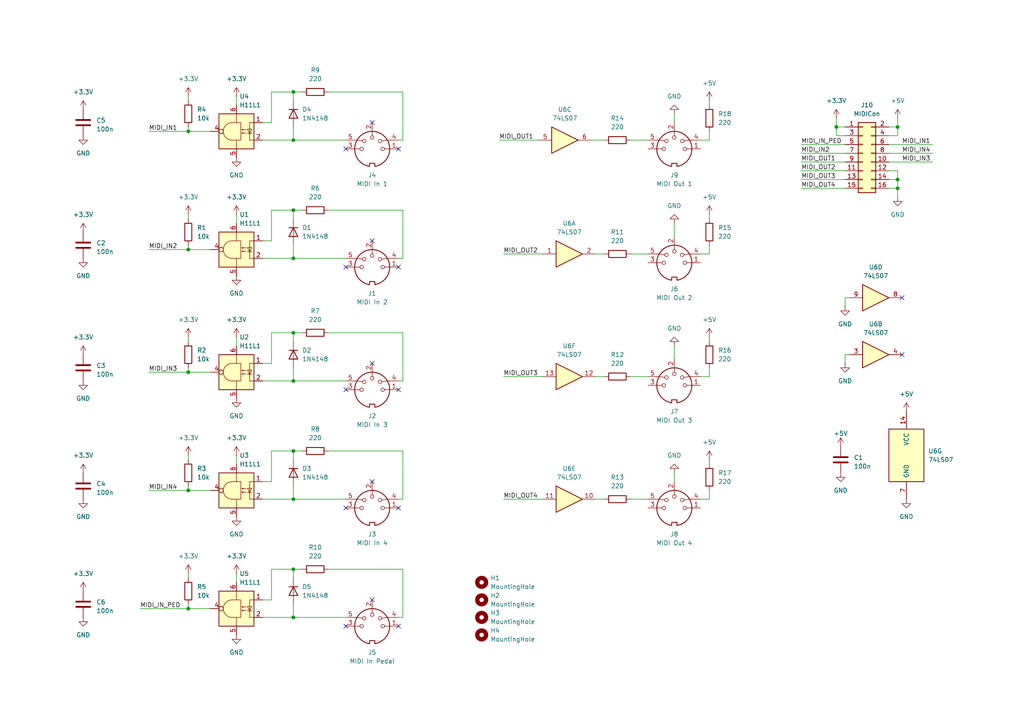
<source format=kicad_sch>
(kicad_sch (version 20231120) (generator "eeschema") (generator_version "8.0")
  (paper "A4")
  (lib_symbols
    (symbol "74xx:74LS07" (pin_names (offset 1.016))
      (property "Reference" "U" (at 0 1.27 0))
      (property "Value" "74LS07" (at 0 -1.27 0))
      (symbol "74LS07_1_0"
        (polyline (pts (xy -3.81 3.81) (xy -3.81 -3.81) (xy 3.81 0) (xy -3.81 3.81)) (stroke (width 0.254)) (fill (type background)))
        (pin input line (at -7.62 0 0) (length 3.81) (name "~") (number "1"))
        (pin open_collector line (at 7.62 0 180) (length 3.81) (name "~") (number "2"))
      )
      (symbol "74LS07_2_0"
        (polyline (pts (xy -3.81 3.81) (xy -3.81 -3.81) (xy 3.81 0) (xy -3.81 3.81)) (stroke (width 0.254)) (fill (type background)))
        (pin input line (at -7.62 0 0) (length 3.81) (name "~") (number "3"))
        (pin open_collector line (at 7.62 0 180) (length 3.81) (name "~") (number "4"))
      )
      (symbol "74LS07_3_0"
        (polyline (pts (xy -3.81 3.81) (xy -3.81 -3.81) (xy 3.81 0) (xy -3.81 3.81)) (stroke (width 0.254)) (fill (type background)))
        (pin input line (at -7.62 0 0) (length 3.81) (name "~") (number "5"))
        (pin open_collector line (at 7.62 0 180) (length 3.81) (name "~") (number "6"))
      )
      (symbol "74LS07_4_0"
        (polyline (pts (xy -3.81 3.81) (xy -3.81 -3.81) (xy 3.81 0) (xy -3.81 3.81)) (stroke (width 0.254)) (fill (type background)))
        (pin open_collector line (at 7.62 0 180) (length 3.81) (name "~") (number "8"))
        (pin input line (at -7.62 0 0) (length 3.81) (name "~") (number "9"))
      )
      (symbol "74LS07_5_0"
        (polyline (pts (xy -3.81 3.81) (xy -3.81 -3.81) (xy 3.81 0) (xy -3.81 3.81)) (stroke (width 0.254)) (fill (type background)))
        (pin open_collector line (at 7.62 0 180) (length 3.81) (name "~") (number "10"))
        (pin input line (at -7.62 0 0) (length 3.81) (name "~") (number "11"))
      )
      (symbol "74LS07_6_0"
        (polyline (pts (xy -3.81 3.81) (xy -3.81 -3.81) (xy 3.81 0) (xy -3.81 3.81)) (stroke (width 0.254)) (fill (type background)))
        (pin open_collector line (at 7.62 0 180) (length 3.81) (name "~") (number "12"))
        (pin input line (at -7.62 0 0) (length 3.81) (name "~") (number "13"))
      )
      (symbol "74LS07_7_0"
        (pin power_in line (at 0 12.7 270) (length 5.08) (name "VCC") (number "14"))
        (pin power_in line (at 0 -12.7 90) (length 5.08) (name "GND") (number "7"))
      )
      (symbol "74LS07_7_1"
        (rectangle (start -5.08 7.62) (end 5.08 -7.62) (stroke (width 0.254)) (fill (type background)))
      )
    )
    (symbol "Connector:DIN-5_180degree" (pin_names (offset 1.016))
      (property "Reference" "J" (at 3.175 5.715 0))
      (property "Value" "DIN-5_180degree" (at 0 -6.35 0))
      (symbol "DIN-5_180degree_0_1"
        (arc (start -5.08 0) (mid -3.8609 -3.3364) (end -0.762 -5.08) (stroke (width 0.254)))
        (circle (center -3.048 0) (radius 0.508))
        (circle (center -2.286 2.286) (radius 0.508))
        (polyline (pts (xy -5.08 0) (xy -3.556 0)))
        (polyline (pts (xy 0 5.08) (xy 0 3.81)))
        (polyline (pts (xy 5.08 0) (xy 3.556 0)))
        (polyline (pts (xy -5.08 2.54) (xy -4.318 2.54) (xy -2.794 2.286)))
        (polyline (pts (xy 5.08 2.54) (xy 4.318 2.54) (xy 2.794 2.286)))
        (polyline (pts (xy -0.762 -4.953) (xy -0.762 -4.191) (xy 0.762 -4.191) (xy 0.762 -4.953)) (stroke (width 0.254)))
        (circle (center 0 3.302) (radius 0.508))
        (arc (start 0.762 -5.08) (mid 3.8685 -3.343) (end 5.08 0) (stroke (width 0.254)))
        (circle (center 2.286 2.286) (radius 0.508))
        (circle (center 3.048 0) (radius 0.508))
        (arc (start 5.08 0) (mid 0 5.0579) (end -5.08 0) (stroke (width 0.254)))
      )
      (symbol "DIN-5_180degree_1_1"
        (pin passive line (at -7.62 0 0) (length 2.54) (name "~") (number "1"))
        (pin passive line (at 0 7.62 270) (length 2.54) (name "~") (number "2"))
        (pin passive line (at 7.62 0 180) (length 2.54) (name "~") (number "3"))
        (pin passive line (at -7.62 2.54 0) (length 2.54) (name "~") (number "4"))
        (pin passive line (at 7.62 2.54 180) (length 2.54) (name "~") (number "5"))
      )
    )
    (symbol "Connector_Generic:Conn_02x08_Odd_Even" (pin_names (offset 1.016) hide)
      (property "Reference" "J" (at 1.27 10.16 0))
      (property "Value" "Conn_02x08_Odd_Even" (at 1.27 -12.7 0))
      (symbol "Conn_02x08_Odd_Even_1_1"
        (rectangle (start -1.27 -10.033) (end 0 -10.287) (stroke (width 0.1524)))
        (rectangle (start -1.27 -7.493) (end 0 -7.747) (stroke (width 0.1524)))
        (rectangle (start -1.27 -4.953) (end 0 -5.207) (stroke (width 0.1524)))
        (rectangle (start -1.27 -2.413) (end 0 -2.667) (stroke (width 0.1524)))
        (rectangle (start -1.27 0.127) (end 0 -0.127) (stroke (width 0.1524)))
        (rectangle (start -1.27 2.667) (end 0 2.413) (stroke (width 0.1524)))
        (rectangle (start -1.27 5.207) (end 0 4.953) (stroke (width 0.1524)))
        (rectangle (start -1.27 7.747) (end 0 7.493) (stroke (width 0.1524)))
        (rectangle (start -1.27 8.89) (end 3.81 -11.43) (stroke (width 0.254)) (fill (type background)))
        (rectangle (start 3.81 -10.033) (end 2.54 -10.287) (stroke (width 0.1524)))
        (rectangle (start 3.81 -7.493) (end 2.54 -7.747) (stroke (width 0.1524)))
        (rectangle (start 3.81 -4.953) (end 2.54 -5.207) (stroke (width 0.1524)))
        (rectangle (start 3.81 -2.413) (end 2.54 -2.667) (stroke (width 0.1524)))
        (rectangle (start 3.81 0.127) (end 2.54 -0.127) (stroke (width 0.1524)))
        (rectangle (start 3.81 2.667) (end 2.54 2.413) (stroke (width 0.1524)))
        (rectangle (start 3.81 5.207) (end 2.54 4.953) (stroke (width 0.1524)))
        (rectangle (start 3.81 7.747) (end 2.54 7.493) (stroke (width 0.1524)))
        (pin passive line (at -5.08 7.62 0) (length 3.81) (name "Pin_1") (number "1"))
        (pin passive line (at 7.62 -2.54 180) (length 3.81) (name "Pin_10") (number "10"))
        (pin passive line (at -5.08 -5.08 0) (length 3.81) (name "Pin_11") (number "11"))
        (pin passive line (at 7.62 -5.08 180) (length 3.81) (name "Pin_12") (number "12"))
        (pin passive line (at -5.08 -7.62 0) (length 3.81) (name "Pin_13") (number "13"))
        (pin passive line (at 7.62 -7.62 180) (length 3.81) (name "Pin_14") (number "14"))
        (pin passive line (at -5.08 -10.16 0) (length 3.81) (name "Pin_15") (number "15"))
        (pin passive line (at 7.62 -10.16 180) (length 3.81) (name "Pin_16") (number "16"))
        (pin passive line (at 7.62 7.62 180) (length 3.81) (name "Pin_2") (number "2"))
        (pin passive line (at -5.08 5.08 0) (length 3.81) (name "Pin_3") (number "3"))
        (pin passive line (at 7.62 5.08 180) (length 3.81) (name "Pin_4") (number "4"))
        (pin passive line (at -5.08 2.54 0) (length 3.81) (name "Pin_5") (number "5"))
        (pin passive line (at 7.62 2.54 180) (length 3.81) (name "Pin_6") (number "6"))
        (pin passive line (at -5.08 0 0) (length 3.81) (name "Pin_7") (number "7"))
        (pin passive line (at 7.62 0 180) (length 3.81) (name "Pin_8") (number "8"))
        (pin passive line (at -5.08 -2.54 0) (length 3.81) (name "Pin_9") (number "9"))
      )
    )
    (symbol "Device:C" (pin_numbers hide) (pin_names (offset 0.254))
      (property "Reference" "C" (at 0.635 2.54 0))
      (property "Value" "C" (at 0.635 -2.54 0))
      (symbol "C_0_1"
        (polyline (pts (xy -2.032 -0.762) (xy 2.032 -0.762)) (stroke (width 0.508)))
        (polyline (pts (xy -2.032 0.762) (xy 2.032 0.762)) (stroke (width 0.508)))
      )
      (symbol "C_1_1"
        (pin passive line (at 0 3.81 270) (length 2.794) (name "~") (number "1"))
        (pin passive line (at 0 -3.81 90) (length 2.794) (name "~") (number "2"))
      )
    )
    (symbol "Device:R" (pin_numbers hide) (pin_names (offset 0))
      (property "Reference" "R" (at 2.032 0 90))
      (property "Value" "R" (at 0 0 90))
      (symbol "R_0_1"
        (rectangle (start -1.016 -2.54) (end 1.016 2.54) (stroke (width 0.254)))
      )
      (symbol "R_1_1"
        (pin passive line (at 0 3.81 270) (length 1.27) (name "~") (number "1"))
        (pin passive line (at 0 -3.81 90) (length 1.27) (name "~") (number "2"))
      )
    )
    (symbol "Diode:1N4148" (pin_numbers hide) (pin_names hide)
      (property "Reference" "D" (at 0 2.54 0))
      (property "Value" "1N4148" (at 0 -2.54 0))
      (symbol "1N4148_0_1"
        (polyline (pts (xy -1.27 1.27) (xy -1.27 -1.27)) (stroke (width 0.254)))
        (polyline (pts (xy 1.27 0) (xy -1.27 0)))
        (polyline (pts (xy 1.27 1.27) (xy 1.27 -1.27) (xy -1.27 0) (xy 1.27 1.27)) (stroke (width 0.254)))
      )
      (symbol "1N4148_1_1"
        (pin passive line (at -3.81 0 0) (length 2.54) (name "K") (number "1"))
        (pin passive line (at 3.81 0 180) (length 2.54) (name "A") (number "2"))
      )
    )
    (symbol "Isolator:H11L1" (pin_names (offset 1.016))
      (property "Reference" "U" (at 1.27 8.89 0))
      (property "Value" "H11L1" (at 1.27 6.35 0))
      (symbol "H11L1_0_1"
        (rectangle (start -5.08 5.08) (end 5.08 -5.08) (stroke (width 0.254)) (fill (type background)))
        (polyline (pts (xy -4.445 -0.635) (xy -3.175 -0.635)))
        (polyline (pts (xy 0 2.54) (xy 0 5.08)))
        (polyline (pts (xy 0 -2.54) (xy 0 -5.08) (xy 0 -3.81)))
        (polyline (pts (xy -5.08 -2.54) (xy -3.81 -2.54) (xy -3.81 2.54) (xy -5.08 2.54)))
        (polyline (pts (xy -3.81 -0.635) (xy -4.445 0.635) (xy -3.175 0.635) (xy -3.81 -0.635)))
        (polyline (pts (xy 1.27 -2.54) (xy -1.27 -2.54) (xy -1.27 2.54) (xy 1.27 2.54)))
        (polyline (pts (xy -2.794 -0.508) (xy -1.524 -0.508) (xy -1.905 -0.635) (xy -1.905 -0.381) (xy -1.524 -0.508)))
        (polyline (pts (xy -2.794 0.508) (xy -1.524 0.508) (xy -1.905 0.381) (xy -1.905 0.635) (xy -1.524 0.508)))
        (arc (start 1.27 -2.54) (mid 3.799 0) (end 1.27 2.54))
      )
      (symbol "H11L1_1_1"
        (pin passive line (at -7.62 2.54 0) (length 2.54) (name "~") (number "1"))
        (pin passive line (at -7.62 -2.54 0) (length 2.54) (name "~") (number "2"))
        (pin no_connect line (at -5.08 0 0) (length 2.54) hide (name "~") (number "3"))
        (pin output inverted (at 7.62 0 180) (length 3.81) (name "~") (number "4"))
        (pin power_in line (at 0 -7.62 90) (length 2.54) (name "~") (number "5"))
        (pin power_in line (at 0 7.62 270) (length 2.54) (name "~") (number "6"))
      )
    )
    (symbol "Mechanical:MountingHole" (pin_names (offset 1.016))
      (property "Reference" "H" (at 0 5.08 0))
      (property "Value" "MountingHole" (at 0 3.175 0))
      (symbol "MountingHole_0_1"
        (circle (center 0 0) (radius 1.27) (stroke (width 1.27)))
      )
    )
    (symbol "power:+3.3V" (power) (pin_numbers hide) (pin_names (offset 0) hide)
      (property "Value" "+3.3V" (at 0 3.556 0))
      (symbol "+3.3V_0_1"
        (polyline (pts (xy -0.762 1.27) (xy 0 2.54)))
        (polyline (pts (xy 0 0) (xy 0 2.54)))
        (polyline (pts (xy 0 2.54) (xy 0.762 1.27)))
      )
      (symbol "+3.3V_1_1"
        (pin power_in line (at 0 0 90) (length 0) (name "~") (number "1"))
      )
    )
    (symbol "power:+5V" (power) (pin_numbers hide) (pin_names (offset 0) hide)
      (property "Value" "+5V" (at 0 3.556 0))
      (symbol "+5V_0_1"
        (polyline (pts (xy -0.762 1.27) (xy 0 2.54)))
        (polyline (pts (xy 0 0) (xy 0 2.54)))
        (polyline (pts (xy 0 2.54) (xy 0.762 1.27)))
      )
      (symbol "+5V_1_1"
        (pin power_in line (at 0 0 90) (length 0) (name "~") (number "1"))
      )
    )
    (symbol "power:GND" (power) (pin_numbers hide) (pin_names (offset 0) hide)
      (property "Value" "GND" (at 0 -3.81 0))
      (symbol "GND_0_1"
        (polyline (pts (xy 0 0) (xy 0 -1.27) (xy 1.27 -1.27) (xy 0 -2.54) (xy -1.27 -1.27) (xy 0 -1.27)))
      )
      (symbol "GND_1_1"
        (pin power_in line (at 0 0 270) (length 0) (name "~") (number "1"))
      )
    )
  )
  (junction (at 54.61 142.24))
  (junction (at 54.61 38.1))
  (junction (at 260.35 52.07))
  (junction (at 242.57 36.83))
  (junction (at 85.09 40.64))
  (junction (at 54.61 72.39))
  (junction (at 54.61 176.53))
  (junction (at 85.09 179.07))
  (junction (at 260.35 36.83))
  (junction (at 85.09 144.78))
  (junction (at 260.35 54.61))
  (junction (at 85.09 110.49))
  (junction (at 54.61 107.95))
  (junction (at 85.09 130.81))
  (junction (at 85.09 26.67))
  (junction (at 85.09 165.1))
  (junction (at 85.09 96.52))
  (junction (at 85.09 74.93))
  (junction (at 85.09 60.96))
  (no_connect (at 115.57 147.32))
  (no_connect (at 107.95 105.41))
  (no_connect (at 261.62 102.87))
  (no_connect (at 100.33 77.47))
  (no_connect (at 107.95 139.7))
  (no_connect (at 100.33 181.61))
  (no_connect (at 107.95 69.85))
  (no_connect (at 100.33 113.03))
  (no_connect (at 107.95 173.99))
  (no_connect (at 115.57 181.61))
  (no_connect (at 107.95 35.56))
  (no_connect (at 115.57 113.03))
  (no_connect (at 115.57 43.18))
  (no_connect (at 100.33 43.18))
  (no_connect (at 261.62 86.36))
  (no_connect (at 115.57 77.47))
  (no_connect (at 100.33 147.32))
  (wire (pts (xy 95.25 96.52) (xy 116.84 96.52)))
  (wire (pts (xy 116.84 74.93) (xy 116.84 60.96)))
  (wire (pts (xy 203.2 73.66) (xy 205.74 73.66)))
  (wire (pts (xy 245.11 86.36) (xy 246.38 86.36)))
  (wire (pts (xy 203.2 109.22) (xy 205.74 109.22)))
  (wire (pts (xy 76.2 74.93) (xy 85.09 74.93)))
  (wire (pts (xy 195.58 64.77) (xy 195.58 68.58)))
  (wire (pts (xy 54.61 62.23) (xy 54.61 63.5)))
  (wire (pts (xy 85.09 130.81) (xy 85.09 133.35)))
  (wire (pts (xy 182.88 109.22) (xy 187.96 109.22)))
  (wire (pts (xy 116.84 130.81) (xy 116.84 144.78)))
  (wire (pts (xy 171.45 40.64) (xy 175.26 40.64)))
  (wire (pts (xy 257.81 52.07) (xy 260.35 52.07)))
  (wire (pts (xy 85.09 175.26) (xy 85.09 179.07)))
  (wire (pts (xy 116.84 40.64) (xy 115.57 40.64)))
  (wire (pts (xy 205.74 97.79) (xy 205.74 99.06)))
  (wire (pts (xy 242.57 36.83) (xy 242.57 39.37)))
  (wire (pts (xy 76.2 35.56) (xy 78.74 35.56)))
  (wire (pts (xy 232.41 44.45) (xy 245.11 44.45)))
  (wire (pts (xy 85.09 165.1) (xy 85.09 167.64)))
  (wire (pts (xy 78.74 165.1) (xy 85.09 165.1)))
  (wire (pts (xy 78.74 96.52) (xy 85.09 96.52)))
  (wire (pts (xy 85.09 144.78) (xy 100.33 144.78)))
  (wire (pts (xy 195.58 33.02) (xy 195.58 35.56)))
  (wire (pts (xy 54.61 175.26) (xy 54.61 176.53)))
  (wire (pts (xy 245.11 88.9) (xy 245.11 86.36)))
  (wire (pts (xy 54.61 132.08) (xy 54.61 133.35)))
  (wire (pts (xy 116.84 165.1) (xy 116.84 179.07)))
  (wire (pts (xy 85.09 36.83) (xy 85.09 40.64)))
  (wire (pts (xy 68.58 97.79) (xy 68.58 100.33)))
  (wire (pts (xy 205.74 106.68) (xy 205.74 109.22)))
  (wire (pts (xy 232.41 49.53) (xy 245.11 49.53)))
  (wire (pts (xy 54.61 176.53) (xy 60.96 176.53)))
  (wire (pts (xy 242.57 39.37) (xy 245.11 39.37)))
  (wire (pts (xy 54.61 107.95) (xy 60.96 107.95)))
  (wire (pts (xy 85.09 40.64) (xy 100.33 40.64)))
  (wire (pts (xy 76.2 179.07) (xy 85.09 179.07)))
  (wire (pts (xy 68.58 27.94) (xy 68.58 30.48)))
  (wire (pts (xy 203.2 144.78) (xy 205.74 144.78)))
  (wire (pts (xy 116.84 179.07) (xy 115.57 179.07)))
  (wire (pts (xy 232.41 41.91) (xy 245.11 41.91)))
  (wire (pts (xy 78.74 35.56) (xy 78.74 26.67)))
  (wire (pts (xy 85.09 130.81) (xy 87.63 130.81)))
  (wire (pts (xy 78.74 130.81) (xy 85.09 130.81)))
  (wire (pts (xy 116.84 144.78) (xy 115.57 144.78)))
  (wire (pts (xy 78.74 105.41) (xy 78.74 96.52)))
  (wire (pts (xy 157.48 73.66) (xy 146.05 73.66)))
  (wire (pts (xy 95.25 165.1) (xy 116.84 165.1)))
  (wire (pts (xy 260.35 54.61) (xy 260.35 57.15)))
  (wire (pts (xy 195.58 100.33) (xy 195.58 104.14)))
  (wire (pts (xy 54.61 140.97) (xy 54.61 142.24)))
  (wire (pts (xy 205.74 142.24) (xy 205.74 144.78)))
  (wire (pts (xy 95.25 60.96) (xy 116.84 60.96)))
  (wire (pts (xy 205.74 38.1) (xy 205.74 40.64)))
  (wire (pts (xy 85.09 26.67) (xy 87.63 26.67)))
  (wire (pts (xy 54.61 97.79) (xy 54.61 99.06)))
  (wire (pts (xy 76.2 139.7) (xy 78.74 139.7)))
  (wire (pts (xy 205.74 62.23) (xy 205.74 63.5)))
  (wire (pts (xy 232.41 54.61) (xy 245.11 54.61)))
  (wire (pts (xy 76.2 110.49) (xy 85.09 110.49)))
  (wire (pts (xy 182.88 144.78) (xy 187.96 144.78)))
  (wire (pts (xy 245.11 105.41) (xy 245.11 102.87)))
  (wire (pts (xy 116.84 74.93) (xy 115.57 74.93)))
  (wire (pts (xy 257.81 39.37) (xy 260.35 39.37)))
  (wire (pts (xy 78.74 26.67) (xy 85.09 26.67)))
  (wire (pts (xy 40.64 176.53) (xy 54.61 176.53)))
  (wire (pts (xy 232.41 46.99) (xy 245.11 46.99)))
  (wire (pts (xy 116.84 26.67) (xy 116.84 40.64)))
  (wire (pts (xy 260.35 36.83) (xy 260.35 34.29)))
  (wire (pts (xy 68.58 132.08) (xy 68.58 134.62)))
  (wire (pts (xy 205.74 73.66) (xy 205.74 71.12)))
  (wire (pts (xy 54.61 106.68) (xy 54.61 107.95)))
  (wire (pts (xy 260.35 39.37) (xy 260.35 36.83)))
  (wire (pts (xy 85.09 165.1) (xy 87.63 165.1)))
  (wire (pts (xy 85.09 179.07) (xy 100.33 179.07)))
  (wire (pts (xy 205.74 133.35) (xy 205.74 134.62)))
  (wire (pts (xy 95.25 130.81) (xy 116.84 130.81)))
  (wire (pts (xy 85.09 26.67) (xy 85.09 29.21)))
  (wire (pts (xy 68.58 166.37) (xy 68.58 168.91)))
  (wire (pts (xy 54.61 142.24) (xy 60.96 142.24)))
  (wire (pts (xy 203.2 40.64) (xy 205.74 40.64)))
  (wire (pts (xy 115.57 110.49) (xy 116.84 110.49)))
  (wire (pts (xy 76.2 69.85) (xy 78.74 69.85)))
  (wire (pts (xy 232.41 52.07) (xy 245.11 52.07)))
  (wire (pts (xy 76.2 173.99) (xy 78.74 173.99)))
  (wire (pts (xy 76.2 144.78) (xy 85.09 144.78)))
  (wire (pts (xy 157.48 144.78) (xy 146.05 144.78)))
  (wire (pts (xy 76.2 105.41) (xy 78.74 105.41)))
  (wire (pts (xy 260.35 52.07) (xy 260.35 54.61)))
  (wire (pts (xy 182.88 40.64) (xy 187.96 40.64)))
  (wire (pts (xy 195.58 137.16) (xy 195.58 139.7)))
  (wire (pts (xy 245.11 102.87) (xy 246.38 102.87)))
  (wire (pts (xy 54.61 38.1) (xy 60.96 38.1)))
  (wire (pts (xy 260.35 49.53) (xy 260.35 52.07)))
  (wire (pts (xy 85.09 110.49) (xy 100.33 110.49)))
  (wire (pts (xy 54.61 72.39) (xy 60.96 72.39)))
  (wire (pts (xy 85.09 60.96) (xy 85.09 63.5)))
  (wire (pts (xy 54.61 36.83) (xy 54.61 38.1)))
  (wire (pts (xy 242.57 34.29) (xy 242.57 36.83)))
  (wire (pts (xy 172.72 109.22) (xy 175.26 109.22)))
  (wire (pts (xy 205.74 29.21) (xy 205.74 30.48)))
  (wire (pts (xy 116.84 110.49) (xy 116.84 96.52)))
  (wire (pts (xy 76.2 40.64) (xy 85.09 40.64)))
  (wire (pts (xy 68.58 62.23) (xy 68.58 64.77)))
  (wire (pts (xy 172.72 144.78) (xy 175.26 144.78)))
  (wire (pts (xy 85.09 96.52) (xy 85.09 99.06)))
  (wire (pts (xy 257.81 41.91) (xy 270.51 41.91)))
  (wire (pts (xy 78.74 60.96) (xy 85.09 60.96)))
  (wire (pts (xy 257.81 46.99) (xy 270.51 46.99)))
  (wire (pts (xy 242.57 36.83) (xy 245.11 36.83)))
  (wire (pts (xy 257.81 54.61) (xy 260.35 54.61)))
  (wire (pts (xy 43.18 38.1) (xy 54.61 38.1)))
  (wire (pts (xy 85.09 106.68) (xy 85.09 110.49)))
  (wire (pts (xy 157.48 109.22) (xy 146.05 109.22)))
  (wire (pts (xy 85.09 60.96) (xy 87.63 60.96)))
  (wire (pts (xy 257.81 44.45) (xy 270.51 44.45)))
  (wire (pts (xy 78.74 173.99) (xy 78.74 165.1)))
  (wire (pts (xy 172.72 73.66) (xy 175.26 73.66)))
  (wire (pts (xy 257.81 36.83) (xy 260.35 36.83)))
  (wire (pts (xy 78.74 139.7) (xy 78.74 130.81)))
  (wire (pts (xy 85.09 96.52) (xy 87.63 96.52)))
  (wire (pts (xy 43.18 142.24) (xy 54.61 142.24)))
  (wire (pts (xy 54.61 166.37) (xy 54.61 167.64)))
  (wire (pts (xy 182.88 73.66) (xy 187.96 73.66)))
  (wire (pts (xy 85.09 140.97) (xy 85.09 144.78)))
  (wire (pts (xy 54.61 71.12) (xy 54.61 72.39)))
  (wire (pts (xy 85.09 71.12) (xy 85.09 74.93)))
  (wire (pts (xy 43.18 72.39) (xy 54.61 72.39)))
  (wire (pts (xy 95.25 26.67) (xy 116.84 26.67)))
  (wire (pts (xy 54.61 27.94) (xy 54.61 29.21)))
  (wire (pts (xy 78.74 69.85) (xy 78.74 60.96)))
  (wire (pts (xy 43.18 107.95) (xy 54.61 107.95)))
  (wire (pts (xy 85.09 74.93) (xy 100.33 74.93)))
  (wire (pts (xy 156.21 40.64) (xy 144.78 40.64)))
  (wire (pts (xy 257.81 49.53) (xy 260.35 49.53)))
  (label "MIDI_OUT1" (at 232.41 46.99 0))
  (label "MIDI_OUT1" (at 144.78 40.64 0))
  (label "MIDI_OUT2" (at 232.41 49.53 0))
  (label "MIDI_IN_PED" (at 40.64 176.53 0))
  (label "MIDI_OUT3" (at 232.41 52.07 0))
  (label "MIDI_IN2" (at 43.18 72.39 0))
  (label "MIDI_OUT4" (at 146.05 144.78 0))
  (label "MIDI_IN4" (at 261.62 44.45 0))
  (label "MIDI_IN1" (at 43.18 38.1 0))
  (label "MIDI_IN3" (at 261.62 46.99 0))
  (label "MIDI_IN4" (at 43.18 142.24 0))
  (label "MIDI_IN1" (at 261.62 41.91 0))
  (label "MIDI_IN3" (at 43.18 107.95 0))
  (label "MIDI_OUT4" (at 232.41 54.61 0))
  (label "MIDI_IN_PED" (at 232.41 41.91 0))
  (label "MIDI_OUT2" (at 146.05 73.66 0))
  (label "MIDI_OUT3" (at 146.05 109.22 0))
  (label "MIDI_IN2" (at 232.41 44.45 0))
  (symbol (lib_id "power:+5V") (at 260.35 34.29 0) (unit 1)
    (property "Reference" "#PWR030" (effects (hide yes)))
    (property "Value" "+5V" (at 260.35 29.21 0))
    (property "Description" "Power symbol creates a global label with name \"+5V\"" (effects (hide yes)))
  )
  (symbol (lib_id "Device:R") (at 179.07 40.64 90) (unit 1)
    (property "Reference" "R14" (at 179.07 34.29 90))
    (property "Value" "220" (at 179.07 36.83 90))
    (property "Footprint" "Resistor_THT:R_Axial_DIN0204_L3.6mm_D1.6mm_P7.62mm_Horizontal" (effects (hide yes)))
    (property "Description" "Resistor" (effects (hide yes)))
  )
  (symbol (lib_id "power:+5V") (at 205.74 133.35 0) (unit 1)
    (property "Reference" "#PWR022" (effects (hide yes)))
    (property "Value" "+5V" (at 205.74 128.27 0))
    (property "Description" "Power symbol creates a global label with name \"+5V\"" (effects (hide yes)))
  )
  (symbol (lib_id "Connector_Generic:Conn_02x08_Odd_Even") (at 250.19 44.45 0) (unit 1)
    (property "Reference" "J10" (at 251.46 30.48 0))
    (property "Value" "MIDICon" (at 251.46 33.02 0))
    (property "Footprint" "Connector_IDC:IDC-Header_2x08_P2.54mm_Vertical" (effects (hide yes)))
    (property "Description" "Generic connector, double row, 02x08, odd/even pin numbering scheme (row 1 odd numbers, row 2 even numbers), script generated (kicad-library-utils/schlib/autogen/connector/)" (effects (hide yes)))
  )
  (symbol (lib_id "Diode:1N4148") (at 85.09 33.02 270) (unit 1)
    (property "Reference" "D4" (at 87.63 31.7499 90) (effects (justify left)))
    (property "Value" "1N4148" (at 87.63 34.2899 90) (effects (justify left)))
    (property "Footprint" "Diode_THT:D_DO-35_SOD27_P7.62mm_Horizontal" (effects (hide yes)))
    (property "Datasheet" "https://assets.nexperia.com/documents/data-sheet/1N4148_1N4448.pdf" (effects (hide yes)))
    (property "Description" "100V 0.15A standard switching diode, DO-35" (effects (hide yes)))
    (property "Sim.Device" "D" (effects (hide yes)))
    (property "Sim.Pins" "1=K 2=A" (effects (hide yes)))
  )
  (symbol (lib_id "Diode:1N4148") (at 85.09 171.45 270) (unit 1)
    (property "Reference" "D5" (at 87.63 170.1799 90) (effects (justify left)))
    (property "Value" "1N4148" (at 87.63 172.7199 90) (effects (justify left)))
    (property "Footprint" "Diode_THT:D_DO-35_SOD27_P7.62mm_Horizontal" (effects (hide yes)))
    (property "Datasheet" "https://assets.nexperia.com/documents/data-sheet/1N4148_1N4448.pdf" (effects (hide yes)))
    (property "Description" "100V 0.15A standard switching diode, DO-35" (effects (hide yes)))
    (property "Sim.Device" "D" (effects (hide yes)))
    (property "Sim.Pins" "1=K 2=A" (effects (hide yes)))
  )
  (symbol (lib_id "Device:R") (at 54.61 137.16 0) (unit 1)
    (property "Reference" "R3" (at 57.15 135.8899 0) (effects (justify left)))
    (property "Value" "10k" (at 57.15 138.4299 0) (effects (justify left)))
    (property "Footprint" "Resistor_THT:R_Axial_DIN0204_L3.6mm_D1.6mm_P7.62mm_Horizontal" (effects (hide yes)))
    (property "Description" "Resistor" (effects (hide yes)))
  )
  (symbol (lib_id "74xx:74LS07") (at 262.89 132.08 0) (unit 7)
    (property "Reference" "U6" (at 269.24 130.8099 0) (effects (justify left)))
    (property "Value" "74LS07" (at 269.24 133.3499 0) (effects (justify left)))
    (property "Footprint" "Package_DIP:DIP-14_W7.62mm" (effects (hide yes)))
    (property "Datasheet" "www.ti.com/lit/ds/symlink/sn74ls07.pdf" (effects (hide yes)))
    (property "Description" "Hex Buffers and Drivers With Open Collector High Voltage Outputs" (effects (hide yes)))
  )
  (symbol (lib_id "power:+3.3V") (at 68.58 132.08 0) (unit 1)
    (property "Reference" "#PWR010" (effects (hide yes)))
    (property "Value" "+3.3V" (at 68.58 127 0))
    (property "Description" "Power symbol creates a global label with name \"+3.3V\"" (effects (hide yes)))
  )
  (symbol (lib_id "power:+5V") (at 205.74 97.79 0) (unit 1)
    (property "Reference" "#PWR021" (effects (hide yes)))
    (property "Value" "+5V" (at 205.74 92.71 0))
    (property "Description" "Power symbol creates a global label with name \"+5V\"" (effects (hide yes)))
  )
  (symbol (lib_id "power:GND") (at 24.13 39.37 0) (unit 1)
    (property "Reference" "#PWR040" (effects (hide yes)))
    (property "Value" "GND" (at 24.13 44.45 0))
    (property "Description" "Power symbol creates a global label with name \"GND\" , ground" (effects (hide yes)))
  )
  (symbol (lib_id "power:+3.3V") (at 54.61 97.79 0) (unit 1)
    (property "Reference" "#PWR02" (effects (hide yes)))
    (property "Value" "+3.3V" (at 54.61 92.71 0))
    (property "Description" "Power symbol creates a global label with name \"+3.3V\"" (effects (hide yes)))
  )
  (symbol (lib_id "74xx:74LS07") (at 165.1 109.22 0) (unit 6)
    (property "Reference" "U6" (at 165.1 100.33 0))
    (property "Value" "74LS07" (at 165.1 102.87 0))
    (property "Footprint" "Package_DIP:DIP-14_W7.62mm" (effects (hide yes)))
    (property "Datasheet" "www.ti.com/lit/ds/symlink/sn74ls07.pdf" (effects (hide yes)))
    (property "Description" "Hex Buffers and Drivers With Open Collector High Voltage Outputs" (effects (hide yes)))
  )
  (symbol (lib_id "Device:R") (at 54.61 102.87 0) (unit 1)
    (property "Reference" "R2" (at 57.15 101.5999 0) (effects (justify left)))
    (property "Value" "10k" (at 57.15 104.1399 0) (effects (justify left)))
    (property "Footprint" "Resistor_THT:R_Axial_DIN0204_L3.6mm_D1.6mm_P7.62mm_Horizontal" (effects (hide yes)))
    (property "Description" "Resistor" (effects (hide yes)))
  )
  (symbol (lib_id "Connector:DIN-5_180degree") (at 107.95 77.47 0) (mirror y) (unit 1)
    (property "Reference" "J1" (at 107.9499 85.09 0))
    (property "Value" "MIDI In 2" (at 107.9499 87.63 0))
    (property "Footprint" "Custom_Connectors:DIN-5 MAB5P" (effects (hide yes)))
    (property "Datasheet" "http://www.mouser.com/ds/2/18/40_c091_abd_e-75918.pdf" (effects (hide yes)))
    (property "Description" "5-pin DIN connector (5-pin DIN-5 stereo)" (effects (hide yes)))
  )
  (symbol (lib_id "74xx:74LS07") (at 163.83 40.64 0) (unit 3)
    (property "Reference" "U6" (at 163.83 31.75 0))
    (property "Value" "74LS07" (at 163.83 34.29 0))
    (property "Footprint" "Package_DIP:DIP-14_W7.62mm" (effects (hide yes)))
    (property "Datasheet" "www.ti.com/lit/ds/symlink/sn74ls07.pdf" (effects (hide yes)))
    (property "Description" "Hex Buffers and Drivers With Open Collector High Voltage Outputs" (effects (hide yes)))
  )
  (symbol (lib_id "Connector:DIN-5_180degree") (at 195.58 147.32 0) (mirror y) (unit 1)
    (property "Reference" "J8" (at 195.5799 154.94 0))
    (property "Value" "MIDI Out 4" (at 195.5799 157.48 0))
    (property "Footprint" "Custom_Connectors:DIN-5 MAB5P" (effects (hide yes)))
    (property "Datasheet" "http://www.mouser.com/ds/2/18/40_c091_abd_e-75918.pdf" (effects (hide yes)))
    (property "Description" "5-pin DIN connector (5-pin DIN-5 stereo)" (effects (hide yes)))
  )
  (symbol (lib_id "power:GND") (at 262.89 144.78 0) (unit 1)
    (property "Reference" "#PWR029" (effects (hide yes)))
    (property "Value" "GND" (at 262.89 149.86 0))
    (property "Description" "Power symbol creates a global label with name \"GND\" , ground" (effects (hide yes)))
  )
  (symbol (lib_id "power:GND") (at 195.58 64.77 180) (unit 1)
    (property "Reference" "#PWR016" (effects (hide yes)))
    (property "Value" "GND" (at 195.58 59.69 0))
    (property "Description" "Power symbol creates a global label with name \"GND\" , ground" (effects (hide yes)))
  )
  (symbol (lib_id "74xx:74LS07") (at 165.1 144.78 0) (unit 5)
    (property "Reference" "U6" (at 165.1 135.89 0))
    (property "Value" "74LS07" (at 165.1 138.43 0))
    (property "Footprint" "Package_DIP:DIP-14_W7.62mm" (effects (hide yes)))
    (property "Datasheet" "www.ti.com/lit/ds/symlink/sn74ls07.pdf" (effects (hide yes)))
    (property "Description" "Hex Buffers and Drivers With Open Collector High Voltage Outputs" (effects (hide yes)))
  )
  (symbol (lib_id "power:GND") (at 24.13 74.93 0) (unit 1)
    (property "Reference" "#PWR034" (effects (hide yes)))
    (property "Value" "GND" (at 24.13 80.01 0))
    (property "Description" "Power symbol creates a global label with name \"GND\" , ground" (effects (hide yes)))
  )
  (symbol (lib_id "Device:C") (at 243.84 133.35 0) (unit 1)
    (property "Reference" "C1" (at 247.65 132.715 0) (effects (justify left)))
    (property "Value" "100n" (at 247.65 135.255 0) (effects (justify left)))
    (property "Footprint" "Capacitor_THT:C_Disc_D5.0mm_W2.5mm_P5.00mm" (effects (hide yes)))
    (property "Description" "Unpolarized capacitor" (effects (hide yes)))
  )
  (symbol (lib_id "power:+5V") (at 205.74 62.23 0) (unit 1)
    (property "Reference" "#PWR020" (effects (hide yes)))
    (property "Value" "+5V" (at 205.74 57.15 0))
    (property "Description" "Power symbol creates a global label with name \"+5V\"" (effects (hide yes)))
  )
  (symbol (lib_id "Connector:DIN-5_180degree") (at 107.95 181.61 0) (mirror y) (unit 1)
    (property "Reference" "J5" (at 107.9499 189.23 0))
    (property "Value" "MIDI In Pedal" (at 107.9499 191.77 0))
    (property "Footprint" "Custom_Connectors:DIN-5 MAB5P" (effects (hide yes)))
    (property "Datasheet" "http://www.mouser.com/ds/2/18/40_c091_abd_e-75918.pdf" (effects (hide yes)))
    (property "Description" "5-pin DIN connector (5-pin DIN-5 stereo)" (effects (hide yes)))
  )
  (symbol (lib_id "power:GND") (at 195.58 100.33 180) (unit 1)
    (property "Reference" "#PWR017" (effects (hide yes)))
    (property "Value" "GND" (at 195.58 95.25 0))
    (property "Description" "Power symbol creates a global label with name \"GND\" , ground" (effects (hide yes)))
  )
  (symbol (lib_id "Isolator:H11L1") (at 68.58 38.1 0) (mirror y) (unit 1)
    (property "Reference" "U4" (at 69.4689 27.94 0) (effects (justify right)))
    (property "Value" "H11L1" (at 69.4689 30.48 0) (effects (justify right)))
    (property "Footprint" "Package_DIP:DIP-6_W7.62mm" (effects (hide yes)))
    (property "Datasheet" "https://www.onsemi.com/pub/Collateral/H11L3M-D.PDF" (effects (hide yes)))
    (property "Description" "Schmitt Trigger Output Optocoupler, High Speed, DIP-6, 1.6mA turn on threshold" (effects (hide yes)))
  )
  (symbol (lib_id "Connector:DIN-5_180degree") (at 107.95 43.18 0) (mirror y) (unit 1)
    (property "Reference" "J4" (at 107.9499 50.8 0))
    (property "Value" "MIDI In 1" (at 107.9499 53.34 0))
    (property "Footprint" "Custom_Connectors:DIN-5 MAB5P" (effects (hide yes)))
    (property "Datasheet" "http://www.mouser.com/ds/2/18/40_c091_abd_e-75918.pdf" (effects (hide yes)))
    (property "Description" "5-pin DIN connector (5-pin DIN-5 stereo)" (effects (hide yes)))
  )
  (symbol (lib_id "Isolator:H11L1") (at 68.58 72.39 0) (mirror y) (unit 1)
    (property "Reference" "U1" (at 69.4689 62.23 0) (effects (justify right)))
    (property "Value" "H11L1" (at 69.4689 64.77 0) (effects (justify right)))
    (property "Footprint" "Package_DIP:DIP-6_W7.62mm" (effects (hide yes)))
    (property "Datasheet" "https://www.onsemi.com/pub/Collateral/H11L3M-D.PDF" (effects (hide yes)))
    (property "Description" "Schmitt Trigger Output Optocoupler, High Speed, DIP-6, 1.6mA turn on threshold" (effects (hide yes)))
  )
  (symbol (lib_id "power:+3.3V") (at 68.58 97.79 0) (unit 1)
    (property "Reference" "#PWR08" (effects (hide yes)))
    (property "Value" "+3.3V" (at 68.58 92.71 0))
    (property "Description" "Power symbol creates a global label with name \"+3.3V\"" (effects (hide yes)))
  )
  (symbol (lib_id "Device:R") (at 205.74 138.43 180) (unit 1)
    (property "Reference" "R17" (at 208.28 137.1599 0) (effects (justify right)))
    (property "Value" "220" (at 208.28 139.6999 0) (effects (justify right)))
    (property "Footprint" "Resistor_THT:R_Axial_DIN0204_L3.6mm_D1.6mm_P7.62mm_Horizontal" (effects (hide yes)))
    (property "Description" "Resistor" (effects (hide yes)))
  )
  (symbol (lib_id "Mechanical:MountingHole") (at 139.7 173.99 0) (unit 1)
    (property "Reference" "H2" (at 142.24 172.7199 0) (effects (justify left)))
    (property "Value" "MountingHole" (at 142.24 175.2599 0) (effects (justify left)))
    (property "Footprint" "MountingHole:MountingHole_3.2mm_M3" (effects (hide yes)))
    (property "Description" "Mounting Hole without connection" (effects (hide yes)))
  )
  (symbol (lib_id "Isolator:H11L1") (at 68.58 107.95 0) (mirror y) (unit 1)
    (property "Reference" "U2" (at 69.4689 97.79 0) (effects (justify right)))
    (property "Value" "H11L1" (at 69.4689 100.33 0) (effects (justify right)))
    (property "Footprint" "Package_DIP:DIP-6_W7.62mm" (effects (hide yes)))
    (property "Datasheet" "https://www.onsemi.com/pub/Collateral/H11L3M-D.PDF" (effects (hide yes)))
    (property "Description" "Schmitt Trigger Output Optocoupler, High Speed, DIP-6, 1.6mA turn on threshold" (effects (hide yes)))
  )
  (symbol (lib_id "power:GND") (at 245.11 105.41 0) (unit 1)
    (property "Reference" "#PWR027" (effects (hide yes)))
    (property "Value" "GND" (at 245.11 110.49 0))
    (property "Description" "Power symbol creates a global label with name \"GND\" , ground" (effects (hide yes)))
  )
  (symbol (lib_id "power:GND") (at 195.58 33.02 180) (unit 1)
    (property "Reference" "#PWR019" (effects (hide yes)))
    (property "Value" "GND" (at 195.58 27.94 0))
    (property "Description" "Power symbol creates a global label with name \"GND\" , ground" (effects (hide yes)))
  )
  (symbol (lib_id "power:+5V") (at 205.74 29.21 0) (unit 1)
    (property "Reference" "#PWR023" (effects (hide yes)))
    (property "Value" "+5V" (at 205.74 24.13 0))
    (property "Description" "Power symbol creates a global label with name \"+5V\"" (effects (hide yes)))
  )
  (symbol (lib_id "Mechanical:MountingHole") (at 139.7 179.07 0) (unit 1)
    (property "Reference" "H3" (at 142.24 177.7999 0) (effects (justify left)))
    (property "Value" "MountingHole" (at 142.24 180.3399 0) (effects (justify left)))
    (property "Footprint" "MountingHole:MountingHole_3.2mm_M3" (effects (hide yes)))
    (property "Description" "Mounting Hole without connection" (effects (hide yes)))
  )
  (symbol (lib_id "Device:C") (at 24.13 175.26 0) (unit 1)
    (property "Reference" "C6" (at 27.94 174.625 0) (effects (justify left)))
    (property "Value" "100n" (at 27.94 177.165 0) (effects (justify left)))
    (property "Footprint" "Capacitor_THT:C_Disc_D5.0mm_W2.5mm_P5.00mm" (effects (hide yes)))
    (property "Description" "Unpolarized capacitor" (effects (hide yes)))
  )
  (symbol (lib_id "power:GND") (at 195.58 137.16 180) (unit 1)
    (property "Reference" "#PWR018" (effects (hide yes)))
    (property "Value" "GND" (at 195.58 132.08 0))
    (property "Description" "Power symbol creates a global label with name \"GND\" , ground" (effects (hide yes)))
  )
  (symbol (lib_id "power:+3.3V") (at 24.13 137.16 0) (unit 1)
    (property "Reference" "#PWR037" (effects (hide yes)))
    (property "Value" "+3.3V" (at 24.13 132.08 0))
    (property "Description" "Power symbol creates a global label with name \"+3.3V\"" (effects (hide yes)))
  )
  (symbol (lib_id "Connector:DIN-5_180degree") (at 195.58 111.76 0) (mirror y) (unit 1)
    (property "Reference" "J7" (at 195.5799 119.38 0))
    (property "Value" "MIDI Out 3" (at 195.5799 121.92 0))
    (property "Footprint" "Custom_Connectors:DIN-5 MAB5P" (effects (hide yes)))
    (property "Datasheet" "http://www.mouser.com/ds/2/18/40_c091_abd_e-75918.pdf" (effects (hide yes)))
    (property "Description" "5-pin DIN connector (5-pin DIN-5 stereo)" (effects (hide yes)))
  )
  (symbol (lib_id "Connector:DIN-5_180degree") (at 107.95 113.03 0) (mirror y) (unit 1)
    (property "Reference" "J2" (at 107.9499 120.65 0))
    (property "Value" "MIDI In 3" (at 107.9499 123.19 0))
    (property "Footprint" "Custom_Connectors:DIN-5 MAB5P" (effects (hide yes)))
    (property "Datasheet" "http://www.mouser.com/ds/2/18/40_c091_abd_e-75918.pdf" (effects (hide yes)))
    (property "Description" "5-pin DIN connector (5-pin DIN-5 stereo)" (effects (hide yes)))
  )
  (symbol (lib_id "Connector:DIN-5_180degree") (at 195.58 76.2 0) (mirror y) (unit 1)
    (property "Reference" "J6" (at 195.5799 83.82 0))
    (property "Value" "MIDI Out 2" (at 195.5799 86.36 0))
    (property "Footprint" "Custom_Connectors:DIN-5 MAB5P" (effects (hide yes)))
    (property "Datasheet" "http://www.mouser.com/ds/2/18/40_c091_abd_e-75918.pdf" (effects (hide yes)))
    (property "Description" "5-pin DIN connector (5-pin DIN-5 stereo)" (effects (hide yes)))
  )
  (symbol (lib_id "Device:R") (at 91.44 165.1 270) (unit 1)
    (property "Reference" "R10" (at 91.44 158.75 90))
    (property "Value" "220" (at 91.44 161.29 90))
    (property "Footprint" "Resistor_THT:R_Axial_DIN0204_L3.6mm_D1.6mm_P7.62mm_Horizontal" (effects (hide yes)))
    (property "Description" "Resistor" (effects (hide yes)))
  )
  (symbol (lib_id "power:GND") (at 24.13 179.07 0) (unit 1)
    (property "Reference" "#PWR042" (effects (hide yes)))
    (property "Value" "GND" (at 24.13 184.15 0))
    (property "Description" "Power symbol creates a global label with name \"GND\" , ground" (effects (hide yes)))
  )
  (symbol (lib_id "74xx:74LS07") (at 254 86.36 0) (unit 4)
    (property "Reference" "U6" (at 254 77.47 0))
    (property "Value" "74LS07" (at 254 80.01 0))
    (property "Footprint" "Package_DIP:DIP-14_W7.62mm" (effects (hide yes)))
    (property "Datasheet" "www.ti.com/lit/ds/symlink/sn74ls07.pdf" (effects (hide yes)))
    (property "Description" "Hex Buffers and Drivers With Open Collector High Voltage Outputs" (effects (hide yes)))
  )
  (symbol (lib_id "Connector:DIN-5_180degree") (at 107.95 147.32 0) (mirror y) (unit 1)
    (property "Reference" "J3" (at 107.9499 154.94 0))
    (property "Value" "MIDI In 4" (at 107.9499 157.48 0))
    (property "Footprint" "Custom_Connectors:DIN-5 MAB5P" (effects (hide yes)))
    (property "Datasheet" "http://www.mouser.com/ds/2/18/40_c091_abd_e-75918.pdf" (effects (hide yes)))
    (property "Description" "5-pin DIN connector (5-pin DIN-5 stereo)" (effects (hide yes)))
  )
  (symbol (lib_id "Mechanical:MountingHole") (at 139.7 168.91 0) (unit 1)
    (property "Reference" "H1" (at 142.24 167.6399 0) (effects (justify left)))
    (property "Value" "MountingHole" (at 142.24 170.1799 0) (effects (justify left)))
    (property "Footprint" "MountingHole:MountingHole_3.2mm_M3" (effects (hide yes)))
    (property "Description" "Mounting Hole without connection" (effects (hide yes)))
  )
  (symbol (lib_id "power:+3.3V") (at 68.58 166.37 0) (unit 1)
    (property "Reference" "#PWR014" (effects (hide yes)))
    (property "Value" "+3.3V" (at 68.58 161.29 0))
    (property "Description" "Power symbol creates a global label with name \"+3.3V\"" (effects (hide yes)))
  )
  (symbol (lib_id "Device:R") (at 91.44 130.81 270) (unit 1)
    (property "Reference" "R8" (at 91.44 124.46 90))
    (property "Value" "220" (at 91.44 127 90))
    (property "Footprint" "Resistor_THT:R_Axial_DIN0204_L3.6mm_D1.6mm_P7.62mm_Horizontal" (effects (hide yes)))
    (property "Description" "Resistor" (effects (hide yes)))
  )
  (symbol (lib_id "power:+5V") (at 262.89 119.38 0) (unit 1)
    (property "Reference" "#PWR028" (effects (hide yes)))
    (property "Value" "+5V" (at 262.89 114.3 0))
    (property "Description" "Power symbol creates a global label with name \"+5V\"" (effects (hide yes)))
  )
  (symbol (lib_id "Device:R") (at 179.07 109.22 90) (unit 1)
    (property "Reference" "R12" (at 179.07 102.87 90))
    (property "Value" "220" (at 179.07 105.41 90))
    (property "Footprint" "Resistor_THT:R_Axial_DIN0204_L3.6mm_D1.6mm_P7.62mm_Horizontal" (effects (hide yes)))
    (property "Description" "Resistor" (effects (hide yes)))
  )
  (symbol (lib_id "74xx:74LS07") (at 165.1 73.66 0) (unit 1)
    (property "Reference" "U6" (at 165.1 64.77 0))
    (property "Value" "74LS07" (at 165.1 67.31 0))
    (property "Footprint" "Package_DIP:DIP-14_W7.62mm" (effects (hide yes)))
    (property "Datasheet" "www.ti.com/lit/ds/symlink/sn74ls07.pdf" (effects (hide yes)))
    (property "Description" "Hex Buffers and Drivers With Open Collector High Voltage Outputs" (effects (hide yes)))
  )
  (symbol (lib_id "power:GND") (at 260.35 57.15 0) (unit 1)
    (property "Reference" "#PWR032" (effects (hide yes)))
    (property "Value" "GND" (at 260.35 62.23 0))
    (property "Description" "Power symbol creates a global label with name \"GND\" , ground" (effects (hide yes)))
  )
  (symbol (lib_id "power:GND") (at 68.58 184.15 0) (unit 1)
    (property "Reference" "#PWR015" (effects (hide yes)))
    (property "Value" "GND" (at 68.58 189.23 0))
    (property "Description" "Power symbol creates a global label with name \"GND\" , ground" (effects (hide yes)))
  )
  (symbol (lib_id "power:GND") (at 24.13 144.78 0) (unit 1)
    (property "Reference" "#PWR038" (effects (hide yes)))
    (property "Value" "GND" (at 24.13 149.86 0))
    (property "Description" "Power symbol creates a global label with name \"GND\" , ground" (effects (hide yes)))
  )
  (symbol (lib_id "Device:R") (at 54.61 67.31 0) (unit 1)
    (property "Reference" "R1" (at 57.15 66.0399 0) (effects (justify left)))
    (property "Value" "10k" (at 57.15 68.5799 0) (effects (justify left)))
    (property "Footprint" "Resistor_THT:R_Axial_DIN0204_L3.6mm_D1.6mm_P7.62mm_Horizontal" (effects (hide yes)))
    (property "Description" "Resistor" (effects (hide yes)))
  )
  (symbol (lib_id "Device:C") (at 24.13 140.97 0) (unit 1)
    (property "Reference" "C4" (at 27.94 140.335 0) (effects (justify left)))
    (property "Value" "100n" (at 27.94 142.875 0) (effects (justify left)))
    (property "Footprint" "Capacitor_THT:C_Disc_D5.0mm_W2.5mm_P5.00mm" (effects (hide yes)))
    (property "Description" "Unpolarized capacitor" (effects (hide yes)))
  )
  (symbol (lib_id "Device:R") (at 205.74 67.31 180) (unit 1)
    (property "Reference" "R15" (at 208.28 66.0399 0) (effects (justify right)))
    (property "Value" "220" (at 208.28 68.5799 0) (effects (justify right)))
    (property "Footprint" "Resistor_THT:R_Axial_DIN0204_L3.6mm_D1.6mm_P7.62mm_Horizontal" (effects (hide yes)))
    (property "Description" "Resistor" (effects (hide yes)))
  )
  (symbol (lib_id "power:GND") (at 24.13 110.49 0) (unit 1)
    (property "Reference" "#PWR036" (effects (hide yes)))
    (property "Value" "GND" (at 24.13 115.57 0))
    (property "Description" "Power symbol creates a global label with name \"GND\" , ground" (effects (hide yes)))
  )
  (symbol (lib_id "Device:R") (at 91.44 26.67 270) (unit 1)
    (property "Reference" "R9" (at 91.44 20.32 90))
    (property "Value" "220" (at 91.44 22.86 90))
    (property "Footprint" "Resistor_THT:R_Axial_DIN0204_L3.6mm_D1.6mm_P7.62mm_Horizontal" (effects (hide yes)))
    (property "Description" "Resistor" (effects (hide yes)))
  )
  (symbol (lib_id "power:GND") (at 68.58 45.72 0) (unit 1)
    (property "Reference" "#PWR013" (effects (hide yes)))
    (property "Value" "GND" (at 68.58 50.8 0))
    (property "Description" "Power symbol creates a global label with name \"GND\" , ground" (effects (hide yes)))
  )
  (symbol (lib_id "power:GND") (at 68.58 115.57 0) (unit 1)
    (property "Reference" "#PWR09" (effects (hide yes)))
    (property "Value" "GND" (at 68.58 120.65 0))
    (property "Description" "Power symbol creates a global label with name \"GND\" , ground" (effects (hide yes)))
  )
  (symbol (lib_id "Device:C") (at 24.13 71.12 0) (unit 1)
    (property "Reference" "C2" (at 27.94 70.485 0) (effects (justify left)))
    (property "Value" "100n" (at 27.94 73.025 0) (effects (justify left)))
    (property "Footprint" "Capacitor_THT:C_Disc_D5.0mm_W2.5mm_P5.00mm" (effects (hide yes)))
    (property "Description" "Unpolarized capacitor" (effects (hide yes)))
  )
  (symbol (lib_id "Mechanical:MountingHole") (at 139.7 184.15 0) (unit 1)
    (property "Reference" "H4" (at 142.24 182.8799 0) (effects (justify left)))
    (property "Value" "MountingHole" (at 142.24 185.4199 0) (effects (justify left)))
    (property "Footprint" "MountingHole:MountingHole_3.2mm_M3" (effects (hide yes)))
    (property "Description" "Mounting Hole without connection" (effects (hide yes)))
  )
  (symbol (lib_id "Device:R") (at 54.61 171.45 0) (unit 1)
    (property "Reference" "R5" (at 57.15 170.1799 0) (effects (justify left)))
    (property "Value" "10k" (at 57.15 172.7199 0) (effects (justify left)))
    (property "Footprint" "Resistor_THT:R_Axial_DIN0204_L3.6mm_D1.6mm_P7.62mm_Horizontal" (effects (hide yes)))
    (property "Description" "Resistor" (effects (hide yes)))
  )
  (symbol (lib_id "power:+3.3V") (at 242.57 34.29 0) (unit 1)
    (property "Reference" "#PWR031" (effects (hide yes)))
    (property "Value" "+3.3V" (at 242.57 29.21 0))
    (property "Description" "Power symbol creates a global label with name \"+3.3V\"" (effects (hide yes)))
  )
  (symbol (lib_id "Device:R") (at 179.07 144.78 90) (unit 1)
    (property "Reference" "R13" (at 179.07 138.43 90))
    (property "Value" "220" (at 179.07 140.97 90))
    (property "Footprint" "Resistor_THT:R_Axial_DIN0204_L3.6mm_D1.6mm_P7.62mm_Horizontal" (effects (hide yes)))
    (property "Description" "Resistor" (effects (hide yes)))
  )
  (symbol (lib_id "Isolator:H11L1") (at 68.58 142.24 0) (mirror y) (unit 1)
    (property "Reference" "U3" (at 69.4689 132.08 0) (effects (justify right)))
    (property "Value" "H11L1" (at 69.4689 134.62 0) (effects (justify right)))
    (property "Footprint" "Package_DIP:DIP-6_W7.62mm" (effects (hide yes)))
    (property "Datasheet" "https://www.onsemi.com/pub/Collateral/H11L3M-D.PDF" (effects (hide yes)))
    (property "Description" "Schmitt Trigger Output Optocoupler, High Speed, DIP-6, 1.6mA turn on threshold" (effects (hide yes)))
  )
  (symbol (lib_id "Device:R") (at 179.07 73.66 90) (unit 1)
    (property "Reference" "R11" (at 179.07 67.31 90))
    (property "Value" "220" (at 179.07 69.85 90))
    (property "Footprint" "Resistor_THT:R_Axial_DIN0204_L3.6mm_D1.6mm_P7.62mm_Horizontal" (effects (hide yes)))
    (property "Description" "Resistor" (effects (hide yes)))
  )
  (symbol (lib_id "power:+3.3V") (at 24.13 67.31 0) (unit 1)
    (property "Reference" "#PWR041" (effects (hide yes)))
    (property "Value" "+3.3V" (at 24.13 62.23 0))
    (property "Description" "Power symbol creates a global label with name \"+3.3V\"" (effects (hide yes)))
  )
  (symbol (lib_id "power:GND") (at 243.84 137.16 0) (unit 1)
    (property "Reference" "#PWR025" (effects (hide yes)))
    (property "Value" "GND" (at 243.84 142.24 0))
    (property "Description" "Power symbol creates a global label with name \"GND\" , ground" (effects (hide yes)))
  )
  (symbol (lib_id "Diode:1N4148") (at 85.09 102.87 270) (unit 1)
    (property "Reference" "D2" (at 87.63 101.5999 90) (effects (justify left)))
    (property "Value" "1N4148" (at 87.63 104.1399 90) (effects (justify left)))
    (property "Footprint" "Diode_THT:D_DO-35_SOD27_P7.62mm_Horizontal" (effects (hide yes)))
    (property "Datasheet" "https://assets.nexperia.com/documents/data-sheet/1N4148_1N4448.pdf" (effects (hide yes)))
    (property "Description" "100V 0.15A standard switching diode, DO-35" (effects (hide yes)))
    (property "Sim.Device" "D" (effects (hide yes)))
    (property "Sim.Pins" "1=K 2=A" (effects (hide yes)))
  )
  (symbol (lib_id "power:+3.3V") (at 24.13 102.87 0) (unit 1)
    (property "Reference" "#PWR039" (effects (hide yes)))
    (property "Value" "+3.3V" (at 24.13 97.79 0))
    (property "Description" "Power symbol creates a global label with name \"+3.3V\"" (effects (hide yes)))
  )
  (symbol (lib_id "power:+3.3V") (at 24.13 31.75 0) (unit 1)
    (property "Reference" "#PWR035" (effects (hide yes)))
    (property "Value" "+3.3V" (at 24.13 26.67 0))
    (property "Description" "Power symbol creates a global label with name \"+3.3V\"" (effects (hide yes)))
  )
  (symbol (lib_id "power:GND") (at 245.11 88.9 0) (unit 1)
    (property "Reference" "#PWR026" (effects (hide yes)))
    (property "Value" "GND" (at 245.11 93.98 0))
    (property "Description" "Power symbol creates a global label with name \"GND\" , ground" (effects (hide yes)))
  )
  (symbol (lib_id "power:+3.3V") (at 24.13 171.45 0) (unit 1)
    (property "Reference" "#PWR033" (effects (hide yes)))
    (property "Value" "+3.3V" (at 24.13 166.37 0))
    (property "Description" "Power symbol creates a global label with name \"+3.3V\"" (effects (hide yes)))
  )
  (symbol (lib_id "power:+3.3V") (at 68.58 27.94 0) (unit 1)
    (property "Reference" "#PWR012" (effects (hide yes)))
    (property "Value" "+3.3V" (at 68.58 22.86 0))
    (property "Description" "Power symbol creates a global label with name \"+3.3V\"" (effects (hide yes)))
  )
  (symbol (lib_id "Connector:DIN-5_180degree") (at 195.58 43.18 0) (mirror y) (unit 1)
    (property "Reference" "J9" (at 195.5799 50.8 0))
    (property "Value" "MIDI Out 1" (at 195.5799 53.34 0))
    (property "Footprint" "Custom_Connectors:DIN-5 MAB5P" (effects (hide yes)))
    (property "Datasheet" "http://www.mouser.com/ds/2/18/40_c091_abd_e-75918.pdf" (effects (hide yes)))
    (property "Description" "5-pin DIN connector (5-pin DIN-5 stereo)" (effects (hide yes)))
  )
  (symbol (lib_id "power:GND") (at 68.58 80.01 0) (unit 1)
    (property "Reference" "#PWR07" (effects (hide yes)))
    (property "Value" "GND" (at 68.58 85.09 0))
    (property "Description" "Power symbol creates a global label with name \"GND\" , ground" (effects (hide yes)))
  )
  (symbol (lib_id "power:+3.3V") (at 54.61 132.08 0) (unit 1)
    (property "Reference" "#PWR03" (effects (hide yes)))
    (property "Value" "+3.3V" (at 54.61 127 0))
    (property "Description" "Power symbol creates a global label with name \"+3.3V\"" (effects (hide yes)))
  )
  (symbol (lib_id "Device:R") (at 205.74 34.29 180) (unit 1)
    (property "Reference" "R18" (at 208.28 33.0199 0) (effects (justify right)))
    (property "Value" "220" (at 208.28 35.5599 0) (effects (justify right)))
    (property "Footprint" "Resistor_THT:R_Axial_DIN0204_L3.6mm_D1.6mm_P7.62mm_Horizontal" (effects (hide yes)))
    (property "Description" "Resistor" (effects (hide yes)))
  )
  (symbol (lib_id "Device:C") (at 24.13 35.56 0) (unit 1)
    (property "Reference" "C5" (at 27.94 34.925 0) (effects (justify left)))
    (property "Value" "100n" (at 27.94 37.465 0) (effects (justify left)))
    (property "Footprint" "Capacitor_THT:C_Disc_D5.0mm_W2.5mm_P5.00mm" (effects (hide yes)))
    (property "Description" "Unpolarized capacitor" (effects (hide yes)))
  )
  (symbol (lib_id "power:+3.3V") (at 54.61 166.37 0) (unit 1)
    (property "Reference" "#PWR05" (effects (hide yes)))
    (property "Value" "+3.3V" (at 54.61 161.29 0))
    (property "Description" "Power symbol creates a global label with name \"+3.3V\"" (effects (hide yes)))
  )
  (symbol (lib_id "power:GND") (at 68.58 149.86 0) (unit 1)
    (property "Reference" "#PWR011" (effects (hide yes)))
    (property "Value" "GND" (at 68.58 154.94 0))
    (property "Description" "Power symbol creates a global label with name \"GND\" , ground" (effects (hide yes)))
  )
  (symbol (lib_id "power:+3.3V") (at 54.61 27.94 0) (unit 1)
    (property "Reference" "#PWR04" (effects (hide yes)))
    (property "Value" "+3.3V" (at 54.61 22.86 0))
    (property "Description" "Power symbol creates a global label with name \"+3.3V\"" (effects (hide yes)))
  )
  (symbol (lib_id "Device:R") (at 91.44 96.52 270) (unit 1)
    (property "Reference" "R7" (at 91.44 90.17 90))
    (property "Value" "220" (at 91.44 92.71 90))
    (property "Footprint" "Resistor_THT:R_Axial_DIN0204_L3.6mm_D1.6mm_P7.62mm_Horizontal" (effects (hide yes)))
    (property "Description" "Resistor" (effects (hide yes)))
  )
  (symbol (lib_id "Diode:1N4148") (at 85.09 67.31 270) (unit 1)
    (property "Reference" "D1" (at 87.63 66.0399 90) (effects (justify left)))
    (property "Value" "1N4148" (at 87.63 68.5799 90) (effects (justify left)))
    (property "Footprint" "Diode_THT:D_DO-35_SOD27_P7.62mm_Horizontal" (effects (hide yes)))
    (property "Datasheet" "https://assets.nexperia.com/documents/data-sheet/1N4148_1N4448.pdf" (effects (hide yes)))
    (property "Description" "100V 0.15A standard switching diode, DO-35" (effects (hide yes)))
    (property "Sim.Device" "D" (effects (hide yes)))
    (property "Sim.Pins" "1=K 2=A" (effects (hide yes)))
  )
  (symbol (lib_id "Device:C") (at 24.13 106.68 0) (unit 1)
    (property "Reference" "C3" (at 27.94 106.045 0) (effects (justify left)))
    (property "Value" "100n" (at 27.94 108.585 0) (effects (justify left)))
    (property "Footprint" "Capacitor_THT:C_Disc_D5.0mm_W2.5mm_P5.00mm" (effects (hide yes)))
    (property "Description" "Unpolarized capacitor" (effects (hide yes)))
  )
  (symbol (lib_id "power:+3.3V") (at 68.58 62.23 0) (unit 1)
    (property "Reference" "#PWR06" (effects (hide yes)))
    (property "Value" "+3.3V" (at 68.58 57.15 0))
    (property "Description" "Power symbol creates a global label with name \"+3.3V\"" (effects (hide yes)))
  )
  (symbol (lib_id "74xx:74LS07") (at 254 102.87 0) (unit 2)
    (property "Reference" "U6" (at 254 93.98 0))
    (property "Value" "74LS07" (at 254 96.52 0))
    (property "Footprint" "Package_DIP:DIP-14_W7.62mm" (effects (hide yes)))
    (property "Datasheet" "www.ti.com/lit/ds/symlink/sn74ls07.pdf" (effects (hide yes)))
    (property "Description" "Hex Buffers and Drivers With Open Collector High Voltage Outputs" (effects (hide yes)))
  )
  (symbol (lib_id "power:+5V") (at 243.84 129.54 0) (unit 1)
    (property "Reference" "#PWR024" (effects (hide yes)))
    (property "Value" "+5V" (at 243.84 125.73 0))
    (property "Description" "Power symbol creates a global label with name \"+5V\"" (effects (hide yes)))
  )
  (symbol (lib_id "Diode:1N4148") (at 85.09 137.16 270) (unit 1)
    (property "Reference" "D3" (at 87.63 135.8899 90) (effects (justify left)))
    (property "Value" "1N4148" (at 87.63 138.4299 90) (effects (justify left)))
    (property "Footprint" "Diode_THT:D_DO-35_SOD27_P7.62mm_Horizontal" (effects (hide yes)))
    (property "Datasheet" "https://assets.nexperia.com/documents/data-sheet/1N4148_1N4448.pdf" (effects (hide yes)))
    (property "Description" "100V 0.15A standard switching diode, DO-35" (effects (hide yes)))
    (property "Sim.Device" "D" (effects (hide yes)))
    (property "Sim.Pins" "1=K 2=A" (effects (hide yes)))
  )
  (symbol (lib_id "Device:R") (at 205.74 102.87 180) (unit 1)
    (property "Reference" "R16" (at 208.28 101.5999 0) (effects (justify right)))
    (property "Value" "220" (at 208.28 104.1399 0) (effects (justify right)))
    (property "Footprint" "Resistor_THT:R_Axial_DIN0204_L3.6mm_D1.6mm_P7.62mm_Horizontal" (effects (hide yes)))
    (property "Description" "Resistor" (effects (hide yes)))
  )
  (symbol (lib_id "Isolator:H11L1") (at 68.58 176.53 0) (mirror y) (unit 1)
    (property "Reference" "U5" (at 69.4689 166.37 0) (effects (justify right)))
    (property "Value" "H11L1" (at 69.4689 168.91 0) (effects (justify right)))
    (property "Footprint" "Package_DIP:DIP-6_W7.62mm" (effects (hide yes)))
    (property "Datasheet" "https://www.onsemi.com/pub/Collateral/H11L3M-D.PDF" (effects (hide yes)))
    (property "Description" "Schmitt Trigger Output Optocoupler, High Speed, DIP-6, 1.6mA turn on threshold" (effects (hide yes)))
  )
  (symbol (lib_id "Device:R") (at 54.61 33.02 0) (unit 1)
    (property "Reference" "R4" (at 57.15 31.7499 0) (effects (justify left)))
    (property "Value" "10k" (at 57.15 34.2899 0) (effects (justify left)))
    (property "Footprint" "Resistor_THT:R_Axial_DIN0204_L3.6mm_D1.6mm_P7.62mm_Horizontal" (effects (hide yes)))
    (property "Description" "Resistor" (effects (hide yes)))
  )
  (symbol (lib_id "power:+3.3V") (at 54.61 62.23 0) (unit 1)
    (property "Reference" "#PWR01" (effects (hide yes)))
    (property "Value" "+3.3V" (at 54.61 57.15 0))
    (property "Description" "Power symbol creates a global label with name \"+3.3V\"" (effects (hide yes)))
  )
  (symbol (lib_id "Device:R") (at 91.44 60.96 270) (unit 1)
    (property "Reference" "R6" (at 91.44 54.61 90))
    (property "Value" "220" (at 91.44 57.15 90))
    (property "Footprint" "Resistor_THT:R_Axial_DIN0204_L3.6mm_D1.6mm_P7.62mm_Horizontal" (effects (hide yes)))
    (property "Description" "Resistor" (effects (hide yes)))
  )
)
</source>
